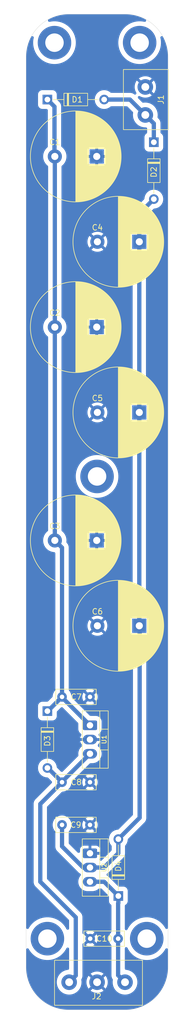
<source format=kicad_pcb>
(kicad_pcb (version 20241229) (generator "pcbnew") (generator_version "9.0")
  (layers (0 "F.Cu" signal) (2 "B.Cu" signal) (13 "F.Paste" user) (15 "B.Paste" user) (5 "F.SilkS" user "F.Silkscreen") (7 "B.SilkS" user "B.Silkscreen") (1 "F.Mask" user) (3 "B.Mask" user) (25 "Edge.Cuts" user))
  (net 0 "")
  (net 1 "GND")
  (net 2 "Net-(D1-K)")
  (net 3 "Net-(D2-A)")
  (net 4 "+12V")
  (net 5 "-12V")
  (net 6 "Net-(D1-A)")
  (footprint "User:C_Radial_Polarized_P7.50mm_CNC" (layer "F.Cu") (at 38.16 55.88)
    (property "Reference" "C4" (hide yes))
    (property "Value" "4700uF")
    (fp_text user "${REFERENCE}" (at 0 -2.54 0) (layer "F.SilkS"))
    (pad "1" thru_hole circle (at 0 0) (size 1.27 1.27) (drill 1.27) (layers "*.Cu" "*.Mask") (net 1 "GND"))
    (pad "1" smd circle (at 0 0) (size 2.54 2.54) (layers "B.Cu" "B.Mask" "B.Paste") (net 1 "GND"))
    (pad "2" thru_hole circle (at 7.5 0) (size 1.27 1.27) (drill 1.27) (layers "*.Cu" "*.Mask") (net 3 "Net-(D2-A)"))
    (pad "2" smd rect (at 7.5 0) (size 2.54 2.54) (layers "B.Cu" "B.Mask" "B.Paste") (net 3 "Net-(D2-A)"))
  )
  (footprint "User:D_P10.16mm_CNC" (layer "F.Cu") (at 41.91 172.72 90)
    (property "Reference" "D4" (hide yes))
    (property "Value" "1N4001")
    (fp_text user "${REFERENCE}" (at 5.334 0 90) (layer "F.SilkS"))
    (pad "1" thru_hole rect (at 0 0 90) (size 1.7272 1.7272) (drill 1.016) (layers "*.Cu" "*.Mask") (net 5 "-12V"))
    (pad "2" thru_hole circle (at 10.16 0 90) (size 1.7272 1.7272) (drill 1.016) (layers "*.Cu" "*.Mask") (net 3 "Net-(D2-A)"))
  )
  (footprint "User:C_Rect_P5.00mm_CNC" (layer "F.Cu") (at 36.87 180.34)
    (property "Reference" "C10" (hide yes))
    (property "Value" "1uF")
    (fp_text user "${REFERENCE}" (at 2.54 0 0) (layer "F.SilkS"))
    (pad "1" thru_hole circle (at 0 0) (size 0.8128 0.8128) (drill 0.8128) (layers "*.Cu" "*.Mask") (net 1 "GND"))
    (pad "1" smd circle (at 0 0) (size 1.7272 1.7272) (layers "B.Cu" "B.Mask" "B.Paste") (net 1 "GND"))
    (pad "2" thru_hole circle (at 5 0) (size 0.8128 0.8128) (drill 0.8128) (layers "*.Cu" "*.Mask") (net 5 "-12V"))
    (pad "2" smd circle (at 5 0) (size 1.7272 1.7272) (layers "B.Cu" "B.Mask" "B.Paste") (net 5 "-12V"))
  )
  (footprint "User:MountingHole_M3_CNC" (layer "F.Cu") (at 38.1 97.79)
    (property "Reference" "REF**" (hide yes))
    (property "Value" "MountingHole_M3_CNC")
    (pad "MP" thru_hole circle (at 0 0) (size 6 6) (drill 3.3) (layers "*.Cu" "*.Mask"))
  )
  (footprint "User:TerminalBlock_1x2_CNC" (layer "F.Cu") (at 46.736 28.23 -90)
    (property "Reference" "J1" (hide yes))
    (property "Value" "Screw_Terminal_01x02")
    (fp_text user "${REFERENCE}" (at 2.25 -2.794 90) (layer "F.SilkS"))
    (pad "1" thru_hole circle (at 0 0 270) (size 1.397 1.397) (drill 1.397) (layers "*.Cu" "*.Mask") (net 1 "GND"))
    (pad "1" smd circle (at 0 0 270) (size 2.794 2.794) (layers "B.Cu" "B.Mask" "B.Paste") (net 1 "GND"))
    (pad "2" thru_hole circle (at 5 0 270) (size 1.397 1.397) (drill 1.397) (layers "*.Cu" "*.Mask") (net 6 "Net-(D1-A)"))
    (pad "2" smd circle (at 5 0 270) (size 2.794 2.794) (layers "B.Cu" "B.Mask" "B.Paste") (net 6 "Net-(D1-A)"))
  )
  (footprint "User:TO-220_CNC" (layer "F.Cu") (at 36.83 144.78 -90)
    (property "Reference" "U1" (hide yes))
    (property "Value" "LM7812_TO220")
    (fp_text user "${REFERENCE}" (at 0 -2.54 90) (layer "F.SilkS") (effects (font (size 0.8 0.8))))
    (pad "1" thru_hole roundrect (at -2.54 0 270) (size 1.7272 2.54) (drill 1.143) (layers "*.Cu" "*.Mask") (roundrect_rratio 0.1447429365) (net 2 "Net-(D1-K)"))
    (pad "2" thru_hole oval (at 0 0 270) (size 1.7272 2.54) (drill 1.143) (layers "*.Cu" "*.Mask") (net 1 "GND"))
    (pad "3" thru_hole oval (at 2.54 0 270) (size 1.7272 2.54) (drill 1.143) (layers "*.Cu" "*.Mask") (net 4 "+12V"))
  )
  (footprint "User:C_Rect_P5.00mm_CNC" (layer "F.Cu") (at 31.83 152.4)
    (property "Reference" "C8" (hide yes))
    (property "Value" "1uF")
    (fp_text user "${REFERENCE}" (at 2.54 0 0) (layer "F.SilkS"))
    (pad "1" thru_hole circle (at 0 0) (size 0.8128 0.8128) (drill 0.8128) (layers "*.Cu" "*.Mask") (net 4 "+12V"))
    (pad "1" smd circle (at 0 0) (size 1.7272 1.7272) (layers "B.Cu" "B.Mask" "B.Paste") (net 4 "+12V"))
    (pad "2" thru_hole circle (at 5 0) (size 0.8128 0.8128) (drill 0.8128) (layers "*.Cu" "*.Mask") (net 1 "GND"))
    (pad "2" smd circle (at 5 0) (size 1.7272 1.7272) (layers "B.Cu" "B.Mask" "B.Paste") (net 1 "GND"))
  )
  (footprint "User:TO-220_CNC" (layer "F.Cu") (at 36.83 167.64 -90)
    (property "Reference" "U2" (hide yes))
    (property "Value" "LM7912_TO220")
    (fp_text user "${REFERENCE}" (at 0 -2.54 90) (layer "F.SilkS") (effects (font (size 0.8 0.8))))
    (pad "1" thru_hole roundrect (at -2.54 0 270) (size 1.7272 2.54) (drill 1.143) (layers "*.Cu" "*.Mask") (roundrect_rratio 0.1447429365) (net 1 "GND"))
    (pad "2" thru_hole oval (at 0 0 270) (size 1.7272 2.54) (drill 1.143) (layers "*.Cu" "*.Mask") (net 3 "Net-(D2-A)"))
    (pad "3" thru_hole oval (at 2.54 0 270) (size 1.7272 2.54) (drill 1.143) (layers "*.Cu" "*.Mask") (net 5 "-12V"))
  )
  (footprint "User:D_P10.16mm_CNC" (layer "F.Cu") (at 29.21 30.48)
    (property "Reference" "D1" (hide yes))
    (property "Value" "1N4001")
    (fp_text user "${REFERENCE}" (at 5.334 0 0) (layer "F.SilkS"))
    (pad "1" thru_hole rect (at 0 0) (size 1.7272 1.7272) (drill 1.016) (layers "*.Cu" "*.Mask") (net 2 "Net-(D1-K)"))
    (pad "2" thru_hole circle (at 10.16 0) (size 1.7272 1.7272) (drill 1.016) (layers "*.Cu" "*.Mask") (net 6 "Net-(D1-A)"))
  )
  (footprint "User:MountingHole_M3_CNC" (layer "F.Cu") (at 45.72 20.32)
    (property "Reference" "REF**" (hide yes))
    (property "Value" "MountingHole_M3_CNC")
    (pad "MP" thru_hole circle (at 0 0) (size 6 6) (drill 3.3) (layers "*.Cu" "*.Mask"))
  )
  (footprint "User:D_P10.16mm_CNC" (layer "F.Cu") (at 29.21 139.7 -90)
    (property "Reference" "D3" (hide yes))
    (property "Value" "1N4001")
    (fp_text user "${REFERENCE}" (at 5.334 0 90) (layer "F.SilkS"))
    (pad "1" thru_hole rect (at 0 0 270) (size 1.7272 1.7272) (drill 1.016) (layers "*.Cu" "*.Mask") (net 2 "Net-(D1-K)"))
    (pad "2" thru_hole circle (at 10.16 0 270) (size 1.7272 1.7272) (drill 1.016) (layers "*.Cu" "*.Mask") (net 4 "+12V"))
  )
  (footprint "User:D_P10.16mm_CNC" (layer "F.Cu") (at 48.26 38.1 -90)
    (property "Reference" "D2" (hide yes))
    (property "Value" "1N4001")
    (fp_text user "${REFERENCE}" (at 5.334 0 90) (layer "F.SilkS"))
    (pad "1" thru_hole rect (at 0 0 270) (size 1.7272 1.7272) (drill 1.016) (layers "*.Cu" "*.Mask") (net 6 "Net-(D1-A)"))
    (pad "2" thru_hole circle (at 10.16 0 270) (size 1.7272 1.7272) (drill 1.016) (layers "*.Cu" "*.Mask") (net 3 "Net-(D2-A)"))
  )
  (footprint "User:MountingHole_M3_CNC" (layer "F.Cu") (at 30.48 20.32)
    (property "Reference" "REF**" (hide yes))
    (property "Value" "MountingHole_M3_CNC")
    (pad "MP" thru_hole circle (at 0 0) (size 6 6) (drill 3.3) (layers "*.Cu" "*.Mask"))
  )
  (footprint "User:C_Radial_Polarized_P7.50mm_CNC" (layer "F.Cu") (at 38.16 86.36)
    (property "Reference" "C5" (hide yes))
    (property "Value" "4700uF")
    (fp_text user "${REFERENCE}" (at 0 -2.54 0) (layer "F.SilkS"))
    (pad "1" thru_hole circle (at 0 0) (size 1.27 1.27) (drill 1.27) (layers "*.Cu" "*.Mask") (net 1 "GND"))
    (pad "1" smd circle (at 0 0) (size 2.54 2.54) (layers "B.Cu" "B.Mask" "B.Paste") (net 1 "GND"))
    (pad "2" thru_hole circle (at 7.5 0) (size 1.27 1.27) (drill 1.27) (layers "*.Cu" "*.Mask") (net 3 "Net-(D2-A)"))
    (pad "2" smd rect (at 7.5 0) (size 2.54 2.54) (layers "B.Cu" "B.Mask" "B.Paste") (net 3 "Net-(D2-A)"))
  )
  (footprint "User:C_Rect_P5.00mm_CNC" (layer "F.Cu") (at 36.83 160.02 180)
    (property "Reference" "C9" (hide yes))
    (property "Value" "1uF")
    (fp_text user "${REFERENCE}" (at 2.54 0 0) (layer "F.SilkS"))
    (pad "1" thru_hole circle (at 0 0 180) (size 0.8128 0.8128) (drill 0.8128) (layers "*.Cu" "*.Mask") (net 1 "GND"))
    (pad "1" smd circle (at 0 0 180) (size 1.7272 1.7272) (layers "B.Cu" "B.Mask" "B.Paste") (net 1 "GND"))
    (pad "2" thru_hole circle (at 5 0 180) (size 0.8128 0.8128) (drill 0.8128) (layers "*.Cu" "*.Mask") (net 3 "Net-(D2-A)"))
    (pad "2" smd circle (at 5 0 180) (size 1.7272 1.7272) (layers "B.Cu" "B.Mask" "B.Paste") (net 3 "Net-(D2-A)"))
  )
  (footprint "User:MountingHole_M3_CNC" (layer "F.Cu") (at 29.21 180.34)
    (property "Reference" "REF**" (hide yes))
    (property "Value" "MountingHole_M3_CNC")
    (pad "MP" thru_hole circle (at 0 0) (size 6 6) (drill 3.3) (layers "*.Cu" "*.Mask"))
  )
  (footprint "User:C_Radial_Polarized_P7.50mm_CNC" (layer "F.Cu") (at 30.54 109.22)
    (property "Reference" "C3" (hide yes))
    (property "Value" "4700uF")
    (fp_text user "${REFERENCE}" (at 0 -2.54 0) (layer "F.SilkS"))
    (pad "1" thru_hole circle (at 0 0) (size 1.27 1.27) (drill 1.27) (layers "*.Cu" "*.Mask") (net 2 "Net-(D1-K)"))
    (pad "1" smd circle (at 0 0) (size 2.54 2.54) (layers "B.Cu" "B.Mask" "B.Paste") (net 2 "Net-(D1-K)"))
    (pad "2" thru_hole circle (at 7.5 0) (size 1.27 1.27) (drill 1.27) (layers "*.Cu" "*.Mask") (net 1 "GND"))
    (pad "2" smd rect (at 7.5 0) (size 2.54 2.54) (layers "B.Cu" "B.Mask" "B.Paste") (net 1 "GND"))
  )
  (footprint "User:C_Rect_P5.00mm_CNC" (layer "F.Cu") (at 31.83 137.16)
    (property "Reference" "C7" (hide yes))
    (property "Value" "1uF")
    (fp_text user "${REFERENCE}" (at 2.54 0 0) (layer "F.SilkS"))
    (pad "1" thru_hole circle (at 0 0) (size 0.8128 0.8128) (drill 0.8128) (layers "*.Cu" "*.Mask") (net 2 "Net-(D1-K)"))
    (pad "1" smd circle (at 0 0) (size 1.7272 1.7272) (layers "B.Cu" "B.Mask" "B.Paste") (net 2 "Net-(D1-K)"))
    (pad "2" thru_hole circle (at 5 0) (size 0.8128 0.8128) (drill 0.8128) (layers "*.Cu" "*.Mask") (net 1 "GND"))
    (pad "2" smd circle (at 5 0) (size 1.7272 1.7272) (layers "B.Cu" "B.Mask" "B.Paste") (net 1 "GND"))
  )
  (footprint "User:TerminalBlock_1x3_CNC" (layer "F.Cu") (at 43.104 188.119 180)
    (property "Reference" "J2" (hide yes))
    (property "Value" "Screw_Terminal_01x03")
    (fp_text user "${REFERENCE}" (at 5.08 -2.54 0) (layer "F.SilkS"))
    (pad "1" thru_hole circle (at 0 0 180) (size 1.397 1.397) (drill 1.397) (layers "*.Cu" "*.Mask") (net 5 "-12V"))
    (pad "1" smd circle (at 0 0 180) (size 2.794 2.794) (layers "B.Cu" "B.Mask" "B.Paste") (net 5 "-12V"))
    (pad "2" thru_hole circle (at 5 0 180) (size 1.397 1.397) (drill 1.397) (layers "*.Cu" "*.Mask") (net 1 "GND"))
    (pad "2" smd circle (at 5 0 180) (size 2.794 2.794) (layers "B.Cu" "B.Mask" "B.Paste") (net 1 "GND"))
    (pad "3" thru_hole circle (at 10 0 180) (size 1.397 1.397) (drill 1.397) (layers "*.Cu" "*.Mask") (net 4 "+12V"))
    (pad "3" smd circle (at 10 0 180) (size 2.794 2.794) (layers "B.Cu" "B.Mask" "B.Paste") (net 4 "+12V"))
  )
  (footprint "User:MountingHole_M3_CNC" (layer "F.Cu") (at 46.99 180.34)
    (property "Reference" "REF**" (hide yes))
    (property "Value" "MountingHole_M3_CNC")
    (pad "MP" thru_hole circle (at 0 0) (size 6 6) (drill 3.3) (layers "*.Cu" "*.Mask"))
  )
  (footprint "User:C_Radial_Polarized_P7.50mm_CNC" (layer "F.Cu") (at 30.54 40.64)
    (property "Reference" "C1" (hide yes))
    (property "Value" "4700uF")
    (fp_text user "${REFERENCE}" (at 0 -2.54 0) (layer "F.SilkS"))
    (pad "1" thru_hole circle (at 0 0) (size 1.27 1.27) (drill 1.27) (layers "*.Cu" "*.Mask") (net 2 "Net-(D1-K)"))
    (pad "1" smd circle (at 0 0) (size 2.54 2.54) (layers "B.Cu" "B.Mask" "B.Paste") (net 2 "Net-(D1-K)"))
    (pad "2" thru_hole circle (at 7.5 0) (size 1.27 1.27) (drill 1.27) (layers "*.Cu" "*.Mask") (net 1 "GND"))
    (pad "2" smd rect (at 7.5 0) (size 2.54 2.54) (layers "B.Cu" "B.Mask" "B.Paste") (net 1 "GND"))
  )
  (footprint "User:C_Radial_Polarized_P7.50mm_CNC" (layer "F.Cu") (at 38.16 124.46)
    (property "Reference" "C6" (hide yes))
    (property "Value" "4700uF")
    (fp_text user "${REFERENCE}" (at 0 -2.54 0) (layer "F.SilkS"))
    (pad "1" thru_hole circle (at 0 0) (size 1.27 1.27) (drill 1.27) (layers "*.Cu" "*.Mask") (net 1 "GND"))
    (pad "1" smd circle (at 0 0) (size 2.54 2.54) (layers "B.Cu" "B.Mask" "B.Paste") (net 1 "GND"))
    (pad "2" thru_hole circle (at 7.5 0) (size 1.27 1.27) (drill 1.27) (layers "*.Cu" "*.Mask") (net 3 "Net-(D2-A)"))
    (pad "2" smd rect (at 7.5 0) (size 2.54 2.54) (layers "B.Cu" "B.Mask" "B.Paste") (net 3 "Net-(D2-A)"))
  )
  (footprint "User:C_Radial_Polarized_P7.50mm_CNC" (layer "F.Cu") (at 30.54 71.12)
    (property "Reference" "C2" (hide yes))
    (property "Value" "4700uF")
    (fp_text user "${REFERENCE}" (at 0 -2.54 0) (layer "F.SilkS"))
    (pad "1" thru_hole circle (at 0 0) (size 1.27 1.27) (drill 1.27) (layers "*.Cu" "*.Mask") (net 2 "Net-(D1-K)"))
    (pad "1" smd circle (at 0 0) (size 2.54 2.54) (layers "B.Cu" "B.Mask" "B.Paste") (net 2 "Net-(D1-K)"))
    (pad "2" thru_hole circle (at 7.5 0) (size 1.27 1.27) (drill 1.27) (layers "*.Cu" "*.Mask") (net 1 "GND"))
    (pad "2" smd rect (at 7.5 0) (size 2.54 2.54) (layers "B.Cu" "B.Mask" "B.Paste") (net 1 "GND"))
  )
  (gr_arc (start 43.18 15.24) (mid 48.568154 17.471846) (end 50.8 22.86) (stroke (width 0.05)) (layer "Edge.Cuts"))
  (gr_line (start 43.18 193.04) (end 33.02 193.04) (stroke (width 0.05)) (layer "Edge.Cuts"))
  (gr_line (start 25.4 185.42) (end 25.4 22.86) (stroke (width 0.05)) (layer "Edge.Cuts"))
  (gr_arc (start 25.4 22.86) (mid 27.631846 17.471846) (end 33.02 15.24) (stroke (width 0.05)) (layer "Edge.Cuts"))
  (gr_line (start 33.02 15.24) (end 43.18 15.24) (stroke (width 0.05)) (layer "Edge.Cuts"))
  (gr_arc (start 50.8 185.42) (mid 48.568154 190.808154) (end 43.18 193.04) (stroke (width 0.05)) (layer "Edge.Cuts"))
  (gr_line (start 50.8 22.86) (end 50.8 185.42) (stroke (width 0.05)) (layer "Edge.Cuts"))
  (gr_arc (start 33.02 193.04) (mid 27.631846 190.808154) (end 25.4 185.42) (stroke (width 0.05)) (layer "Edge.Cuts"))
  (segment (start 31.83 110.51) (end 30.54 109.22) (width 0.762) (layer "B.Cu") (net 2))
  (segment (start 31.83 137.16) (end 31.83 110.51) (width 0.762) (layer "B.Cu") (net 2))
  (segment (start 30.54 109.22) (end 30.54 71.12) (width 0.762) (layer "B.Cu") (net 2))
  (segment (start 29.29 139.7) (end 31.83 137.16) (width 0.762) (layer "B.Cu") (net 2))
  (segment (start 30.54 40.64) (end 30.54 40.192) (width 0.762) (layer "B.Cu") (net 2))
  (segment (start 30.54 71.12) (end 30.54 40.64) (width 0.762) (layer "B.Cu") (net 2))
  (segment (start 31.83 137.16) (end 31.83 137.24) (width 0.762) (layer "B.Cu") (net 2))
  (segment (start 30.48 40.58) (end 30.54 40.64) (width 0.762) (layer "B.Cu") (net 2))
  (segment (start 30.48 31.75) (end 30.48 40.58) (width 0.762) (layer "B.Cu") (net 2))
  (segment (start 31.83 137.24) (end 36.83 142.24) (width 0.762) (layer "B.Cu") (net 2))
  (segment (start 29.21 139.7) (end 29.29 139.7) (width 0.762) (layer "B.Cu") (net 2))
  (segment (start 29.21 30.48) (end 30.48 31.75) (width 0.762) (layer "B.Cu") (net 2))
  (segment (start 48.26 48.26) (end 45.66 50.86) (width 0.762) (layer "B.Cu") (net 3))
  (segment (start 45.66 124.46) (end 45.66 86.36) (width 0.762) (layer "B.Cu") (net 3))
  (segment (start 41.91 165.075657) (end 39.345657 167.64) (width 0.762) (layer "B.Cu") (net 3))
  (segment (start 45.66 50.86) (end 45.66 55.88) (width 0.762) (layer "B.Cu") (net 3))
  (segment (start 35.6108 167.64) (end 36.83 167.64) (width 0.762) (layer "B.Cu") (net 3))
  (segment (start 45.66 55.88) (end 45.66 54.924) (width 0.762) (layer "B.Cu") (net 3))
  (segment (start 41.91 162.56) (end 45.72 158.75) (width 0.762) (layer "B.Cu") (net 3))
  (segment (start 45.66 86.36) (end 45.66 55.88) (width 0.762) (layer "B.Cu") (net 3))
  (segment (start 31.83 163.8592) (end 35.6108 167.64) (width 0.762) (layer "B.Cu") (net 3))
  (segment (start 39.345657 167.64) (end 36.83 167.64) (width 0.762) (layer "B.Cu") (net 3))
  (segment (start 41.91 162.56) (end 41.91 165.075657) (width 0.762) (layer "B.Cu") (net 3))
  (segment (start 45.72 158.75) (end 45.72 124.52) (width 0.762) (layer "B.Cu") (net 3))
  (segment (start 31.83 160.02) (end 31.83 163.8592) (width 0.762) (layer "B.Cu") (net 3))
  (segment (start 45.72 124.52) (end 45.66 124.46) (width 0.762) (layer "B.Cu") (net 3))
  (segment (start 33.104 188.119) (end 34.29 186.933) (width 0.762) (layer "B.Cu") (net 4))
  (segment (start 34.29 186.933) (end 34.29 176.53) (width 0.762) (layer "B.Cu") (net 4))
  (segment (start 29.21 149.86) (end 29.29 149.86) (width 0.762) (layer "B.Cu") (net 4))
  (segment (start 31.83 152.32) (end 36.83 147.32) (width 0.762) (layer "B.Cu") (net 4))
  (segment (start 34.29 176.53) (end 27.94 170.18) (width 0.762) (layer "B.Cu") (net 4))
  (segment (start 27.94 170.18) (end 27.94 156.29) (width 0.762) (layer "B.Cu") (net 4))
  (segment (start 27.94 156.29) (end 31.83 152.4) (width 0.762) (layer "B.Cu") (net 4))
  (segment (start 29.29 149.86) (end 31.83 152.4) (width 0.762) (layer "B.Cu") (net 4))
  (segment (start 31.83 152.4) (end 31.83 152.32) (width 0.762) (layer "B.Cu") (net 4))
  (segment (start 41.91 173.99) (end 41.87 174.03) (width 0.762) (layer "B.Cu") (net 5))
  (segment (start 41.87 186.885) (end 43.104 188.119) (width 0.762) (layer "B.Cu") (net 5))
  (segment (start 39.37 170.18) (end 41.91 172.72) (width 0.762) (layer "B.Cu") (net 5))
  (segment (start 41.91 172.72) (end 41.91 173.99) (width 0.762) (layer "B.Cu") (net 5))
  (segment (start 36.83 170.18) (end 39.37 170.18) (width 0.762) (layer "B.Cu") (net 5))
  (segment (start 41.87 174.03) (end 41.87 180.34) (width 0.762) (layer "B.Cu") (net 5))
  (segment (start 41.87 180.34) (end 41.87 186.885) (width 0.762) (layer "B.Cu") (net 5))
  (segment (start 48.26 34.754) (end 46.736 33.23) (width 0.762) (layer "B.Cu") (net 6))
  (segment (start 43.986 30.48) (end 46.736 33.23) (width 0.762) (layer "B.Cu") (net 6))
  (segment (start 39.37 30.48) (end 43.986 30.48) (width 0.762) (layer "B.Cu") (net 6))
  (segment (start 48.26 38.1) (end 48.26 34.754) (width 0.762) (layer "B.Cu") (net 6))
  (zone (net 1) (net_name "GND") (layer "B.Cu") (connect_pads (clearance 0.762)) (min_thickness 0.508) (fill yes (thermal_gap 0.508) (thermal_bridge_width 0.508))
    (polygon (pts (xy 22.86 195.58) (xy 53.34 195.58) (xy 53.34 12.7) (xy 22.86 12.7)))
  )
)
</source>
